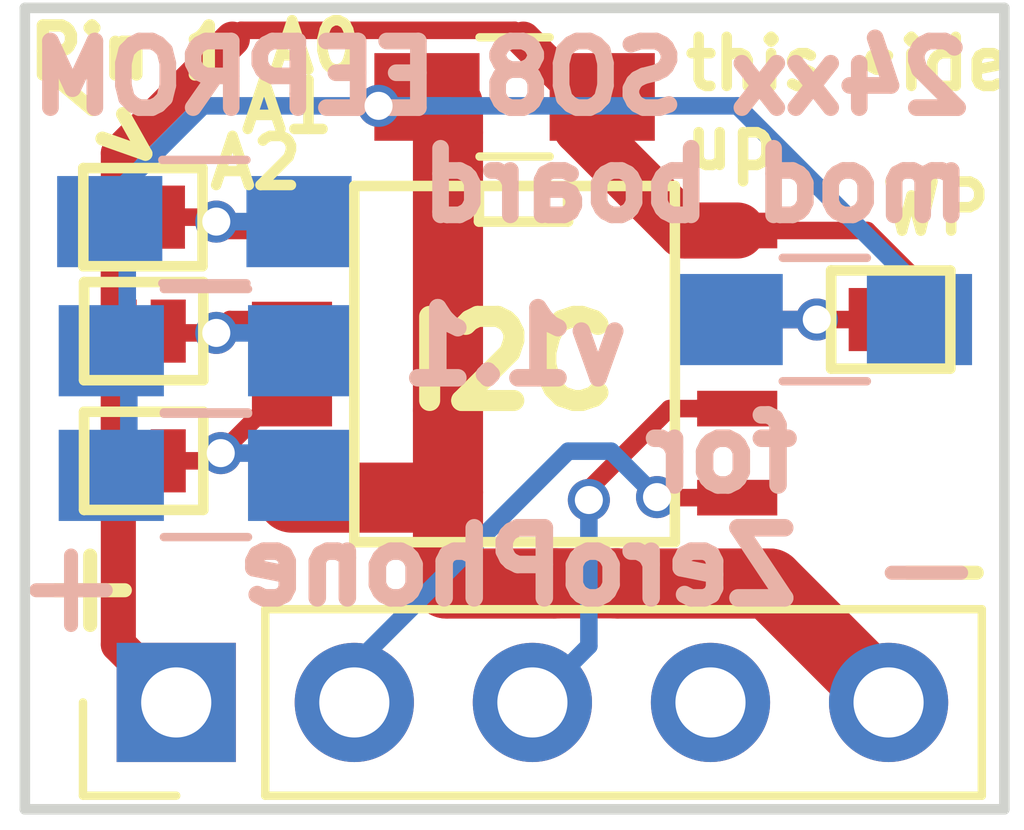
<source format=kicad_pcb>
(kicad_pcb (version 4) (host pcbnew 4.0.7)

  (general
    (links 22)
    (no_connects 1)
    (area 165.859 109.035 182.729 128.000762)
    (thickness 1.6)
    (drawings 15)
    (tracks 89)
    (zones 0)
    (modules 11)
    (nets 9)
  )

  (page A4)
  (layers
    (0 F.Cu signal)
    (31 B.Cu signal)
    (32 B.Adhes user)
    (33 F.Adhes user)
    (34 B.Paste user)
    (35 F.Paste user)
    (36 B.SilkS user)
    (37 F.SilkS user)
    (38 B.Mask user)
    (39 F.Mask user)
    (40 Dwgs.User user)
    (41 Cmts.User user)
    (42 Eco1.User user)
    (43 Eco2.User user)
    (44 Edge.Cuts user)
    (45 Margin user)
    (46 B.CrtYd user)
    (47 F.CrtYd user)
    (48 B.Fab user hide)
    (49 F.Fab user hide)
  )

  (setup
    (last_trace_width 0.25)
    (user_trace_width 0.25)
    (user_trace_width 0.4)
    (user_trace_width 0.5)
    (user_trace_width 0.6)
    (user_trace_width 0.8)
    (user_trace_width 1)
    (trace_clearance 0.2)
    (zone_clearance 0.25)
    (zone_45_only no)
    (trace_min 0.2)
    (segment_width 0.2)
    (edge_width 0.15)
    (via_size 0.6)
    (via_drill 0.4)
    (via_min_size 0.4)
    (via_min_drill 0.3)
    (uvia_size 0.3)
    (uvia_drill 0.1)
    (uvias_allowed no)
    (uvia_min_size 0.2)
    (uvia_min_drill 0.1)
    (pcb_text_width 0.3)
    (pcb_text_size 1.5 1.5)
    (mod_edge_width 0.15)
    (mod_text_size 1 1)
    (mod_text_width 0.15)
    (pad_size 1.524 1.524)
    (pad_drill 0.762)
    (pad_to_mask_clearance 0.2)
    (aux_axis_origin 180.975 110.49)
    (visible_elements 7FFFFF7F)
    (pcbplotparams
      (layerselection 0x010f0_80000001)
      (usegerberextensions true)
      (excludeedgelayer true)
      (linewidth 0.100000)
      (plotframeref false)
      (viasonmask false)
      (mode 1)
      (useauxorigin true)
      (hpglpennumber 1)
      (hpglpenspeed 20)
      (hpglpendiameter 15)
      (hpglpenoverlay 2)
      (psnegative false)
      (psa4output false)
      (plotreference true)
      (plotvalue true)
      (plotinvisibletext false)
      (padsonsilk false)
      (subtractmaskfromsilk false)
      (outputformat 1)
      (mirror false)
      (drillshape 0)
      (scaleselection 1)
      (outputdirectory gerbers/))
  )

  (net 0 "")
  (net 1 VCC)
  (net 2 GND)
  (net 3 SCL)
  (net 4 SDA)
  (net 5 "Net-(J2-Pad1)")
  (net 6 "Net-(J3-Pad1)")
  (net 7 "Net-(J4-Pad1)")
  (net 8 "Net-(J5-Pad2)")

  (net_class Default "This is the default net class."
    (clearance 0.2)
    (trace_width 0.25)
    (via_dia 0.6)
    (via_drill 0.4)
    (uvia_dia 0.3)
    (uvia_drill 0.1)
    (add_net GND)
    (add_net "Net-(J2-Pad1)")
    (add_net "Net-(J3-Pad1)")
    (add_net "Net-(J4-Pad1)")
    (add_net "Net-(J5-Pad2)")
    (add_net SCL)
    (add_net SDA)
    (add_net VCC)
  )

  (module Pin_Headers:Pin_Header_Straight_1x05_Pitch2.54mm (layer F.Cu) (tedit 59A3FC28) (tstamp 5960AD8A)
    (at 169.164 120.396 90)
    (descr "Through hole straight pin header, 1x05, 2.54mm pitch, single row")
    (tags "Through hole pin header THT 1x05 2.54mm single row")
    (path /5960AD02)
    (fp_text reference J1 (at 0 -2.33 90) (layer F.SilkS) hide
      (effects (font (size 1 1) (thickness 0.15)))
    )
    (fp_text value EXPANSION_BOTTOM (at 0 12.49 90) (layer F.Fab) hide
      (effects (font (size 1 1) (thickness 0.15)))
    )
    (fp_line (start -1.27 -1.27) (end -1.27 11.43) (layer F.Fab) (width 0.1))
    (fp_line (start -1.27 11.43) (end 1.27 11.43) (layer F.Fab) (width 0.1))
    (fp_line (start 1.27 11.43) (end 1.27 -1.27) (layer F.Fab) (width 0.1))
    (fp_line (start 1.27 -1.27) (end -1.27 -1.27) (layer F.Fab) (width 0.1))
    (fp_line (start -1.33 1.27) (end -1.33 11.49) (layer F.SilkS) (width 0.12))
    (fp_line (start -1.33 11.49) (end 1.33 11.49) (layer F.SilkS) (width 0.12))
    (fp_line (start 1.33 11.49) (end 1.33 1.27) (layer F.SilkS) (width 0.12))
    (fp_line (start 1.33 1.27) (end -1.33 1.27) (layer F.SilkS) (width 0.12))
    (fp_line (start -1.33 0) (end -1.33 -1.33) (layer F.SilkS) (width 0.12))
    (fp_line (start -1.33 -1.33) (end 0 -1.33) (layer F.SilkS) (width 0.12))
    (fp_line (start -1.8 -1.8) (end -1.8 11.95) (layer F.CrtYd) (width 0.05))
    (fp_line (start -1.8 11.95) (end 1.8 11.95) (layer F.CrtYd) (width 0.05))
    (fp_line (start 1.8 11.95) (end 1.8 -1.8) (layer F.CrtYd) (width 0.05))
    (fp_line (start 1.8 -1.8) (end -1.8 -1.8) (layer F.CrtYd) (width 0.05))
    (fp_text user %R (at 0 -2.33 90) (layer F.Fab) hide
      (effects (font (size 1 1) (thickness 0.15)))
    )
    (pad 1 thru_hole rect (at 0 0 90) (size 1.7 1.7) (drill 1) (layers *.Cu *.Mask)
      (net 1 VCC))
    (pad 2 thru_hole oval (at 0 2.54 90) (size 1.7 1.7) (drill 1) (layers *.Cu *.Mask)
      (net 4 SDA))
    (pad 3 thru_hole oval (at 0 5.08 90) (size 1.7 1.7) (drill 1) (layers *.Cu *.Mask)
      (net 3 SCL))
    (pad 4 thru_hole oval (at 0 7.62 90) (size 1.7 1.7) (drill 1) (layers *.Cu *.Mask))
    (pad 5 thru_hole oval (at 0 10.16 90) (size 1.7 1.7) (drill 1) (layers *.Cu *.Mask)
      (net 2 GND))
  )

  (module footprints:GS2_SMALL (layer F.Cu) (tedit 59A3F801) (tstamp 59A3F75D)
    (at 168.3385 113.4745 270)
    (descr "3-pin solder bridge")
    (tags "solder bridge")
    (path /59A3F384)
    (attr smd)
    (fp_text reference J2 (at -1.8 -0.3 540) (layer F.SilkS) hide
      (effects (font (size 1 1) (thickness 0.15)))
    )
    (fp_text value A0 (at -2.4245 -2.8115 360) (layer F.SilkS)
      (effects (font (size 0.7 0.7) (thickness 0.15)))
    )
    (fp_line (start -1 -1.5) (end -1 0.8) (layer F.CrtYd) (width 0.15))
    (fp_line (start 1 0.8) (end 1 -1.5) (layer F.CrtYd) (width 0.15))
    (fp_line (start 1 0.8) (end -1 0.8) (layer F.CrtYd) (width 0.15))
    (fp_line (start 0.7 0.5) (end 0.7 -1.2) (layer F.SilkS) (width 0.15))
    (fp_line (start -0.7 0.5) (end 0.7 0.5) (layer F.SilkS) (width 0.15))
    (fp_line (start -0.7 -1.2) (end -0.7 0.5) (layer F.SilkS) (width 0.15))
    (fp_line (start -0.7 0.5) (end 0.7 0.5) (layer F.SilkS) (width 0.15))
    (fp_line (start -1 -1.5) (end 1 -1.5) (layer F.CrtYd) (width 0.15))
    (fp_line (start -0.7 -1.2) (end 0.7 -1.2) (layer F.SilkS) (width 0.15))
    (pad 1 smd rect (at 0 -0.7 270) (size 0.9 0.5) (layers F.Cu F.Paste F.Mask)
      (net 5 "Net-(J2-Pad1)"))
    (pad 2 smd rect (at 0 0 270) (size 0.9 0.5) (layers F.Cu F.Paste F.Mask)
      (net 1 VCC))
  )

  (module footprints:GS2_SMALL (layer F.Cu) (tedit 59A3F807) (tstamp 59A3F763)
    (at 168.35 115.1 270)
    (descr "3-pin solder bridge")
    (tags "solder bridge")
    (path /59A3F449)
    (attr smd)
    (fp_text reference J3 (at -1.8 -0.3 360) (layer F.SilkS) hide
      (effects (font (size 1 1) (thickness 0.15)))
    )
    (fp_text value A1 (at -3.2 -2.4 360) (layer F.SilkS)
      (effects (font (size 0.7 0.7) (thickness 0.15)))
    )
    (fp_line (start -1 -1.5) (end -1 0.8) (layer F.CrtYd) (width 0.15))
    (fp_line (start 1 0.8) (end 1 -1.5) (layer F.CrtYd) (width 0.15))
    (fp_line (start 1 0.8) (end -1 0.8) (layer F.CrtYd) (width 0.15))
    (fp_line (start 0.7 0.5) (end 0.7 -1.2) (layer F.SilkS) (width 0.15))
    (fp_line (start -0.7 0.5) (end 0.7 0.5) (layer F.SilkS) (width 0.15))
    (fp_line (start -0.7 -1.2) (end -0.7 0.5) (layer F.SilkS) (width 0.15))
    (fp_line (start -0.7 0.5) (end 0.7 0.5) (layer F.SilkS) (width 0.15))
    (fp_line (start -1 -1.5) (end 1 -1.5) (layer F.CrtYd) (width 0.15))
    (fp_line (start -0.7 -1.2) (end 0.7 -1.2) (layer F.SilkS) (width 0.15))
    (pad 1 smd rect (at 0 -0.7 270) (size 0.9 0.5) (layers F.Cu F.Paste F.Mask)
      (net 6 "Net-(J3-Pad1)"))
    (pad 2 smd rect (at 0 0 270) (size 0.9 0.5) (layers F.Cu F.Paste F.Mask)
      (net 1 VCC))
  )

  (module footprints:GS2_SMALL (layer F.Cu) (tedit 59A3F7F4) (tstamp 59A3F769)
    (at 168.35 116.95 270)
    (descr "3-pin solder bridge")
    (tags "solder bridge")
    (path /59A3F46E)
    (attr smd)
    (fp_text reference J4 (at -1.8 -0.3 360) (layer F.SilkS) hide
      (effects (font (size 1 1) (thickness 0.15)))
    )
    (fp_text value A2 (at -4.25 -1.95 360) (layer F.SilkS)
      (effects (font (size 0.7 0.7) (thickness 0.15)))
    )
    (fp_line (start -1 -1.5) (end -1 0.8) (layer F.CrtYd) (width 0.15))
    (fp_line (start 1 0.8) (end 1 -1.5) (layer F.CrtYd) (width 0.15))
    (fp_line (start 1 0.8) (end -1 0.8) (layer F.CrtYd) (width 0.15))
    (fp_line (start 0.7 0.5) (end 0.7 -1.2) (layer F.SilkS) (width 0.15))
    (fp_line (start -0.7 0.5) (end 0.7 0.5) (layer F.SilkS) (width 0.15))
    (fp_line (start -0.7 -1.2) (end -0.7 0.5) (layer F.SilkS) (width 0.15))
    (fp_line (start -0.7 0.5) (end 0.7 0.5) (layer F.SilkS) (width 0.15))
    (fp_line (start -1 -1.5) (end 1 -1.5) (layer F.CrtYd) (width 0.15))
    (fp_line (start -0.7 -1.2) (end 0.7 -1.2) (layer F.SilkS) (width 0.15))
    (pad 1 smd rect (at 0 -0.7 270) (size 0.9 0.5) (layers F.Cu F.Paste F.Mask)
      (net 7 "Net-(J4-Pad1)"))
    (pad 2 smd rect (at 0 0 270) (size 0.9 0.5) (layers F.Cu F.Paste F.Mask)
      (net 1 VCC))
  )

  (module footprints:GS2_SMALL (layer F.Cu) (tedit 59A3F8EE) (tstamp 59A3F76F)
    (at 179.005 114.935 270)
    (descr "3-pin solder bridge")
    (tags "solder bridge")
    (path /59A3F89C)
    (attr smd)
    (fp_text reference J5 (at -1.8 -0.3 540) (layer F.SilkS) hide
      (effects (font (size 1 1) (thickness 0.15)))
    )
    (fp_text value WP (at -1.585 -0.995 540) (layer F.SilkS)
      (effects (font (size 0.7 0.7) (thickness 0.15)))
    )
    (fp_line (start -1 -1.5) (end -1 0.8) (layer F.CrtYd) (width 0.15))
    (fp_line (start 1 0.8) (end 1 -1.5) (layer F.CrtYd) (width 0.15))
    (fp_line (start 1 0.8) (end -1 0.8) (layer F.CrtYd) (width 0.15))
    (fp_line (start 0.7 0.5) (end 0.7 -1.2) (layer F.SilkS) (width 0.15))
    (fp_line (start -0.7 0.5) (end 0.7 0.5) (layer F.SilkS) (width 0.15))
    (fp_line (start -0.7 -1.2) (end -0.7 0.5) (layer F.SilkS) (width 0.15))
    (fp_line (start -0.7 0.5) (end 0.7 0.5) (layer F.SilkS) (width 0.15))
    (fp_line (start -1 -1.5) (end 1 -1.5) (layer F.CrtYd) (width 0.15))
    (fp_line (start -0.7 -1.2) (end 0.7 -1.2) (layer F.SilkS) (width 0.15))
    (pad 1 smd rect (at 0 -0.7 270) (size 0.9 0.5) (layers F.Cu F.Paste F.Mask)
      (net 1 VCC))
    (pad 2 smd rect (at 0 0 270) (size 0.9 0.5) (layers F.Cu F.Paste F.Mask)
      (net 8 "Net-(J5-Pad2)"))
  )

  (module SMD_Packages:SOIC-8-N (layer F.Cu) (tedit 59A3F8AE) (tstamp 59A3F7CA)
    (at 173.99 115.57 270)
    (descr "Module Narrow CMS SOJ 8 pins large")
    (tags "CMS SOJ")
    (path /59A3F2DA)
    (attr smd)
    (fp_text reference U1 (at 0 -1.27 270) (layer F.SilkS) hide
      (effects (font (size 1 1) (thickness 0.15)))
    )
    (fp_text value 24LC00 (at 0 1.27 270) (layer F.Fab) hide
      (effects (font (size 1 1) (thickness 0.15)))
    )
    (fp_line (start -2.54 -2.286) (end 2.54 -2.286) (layer F.SilkS) (width 0.15))
    (fp_line (start 2.54 -2.286) (end 2.54 2.286) (layer F.SilkS) (width 0.15))
    (fp_line (start 2.54 2.286) (end -2.54 2.286) (layer F.SilkS) (width 0.15))
    (fp_line (start -2.54 2.286) (end -2.54 -2.286) (layer F.SilkS) (width 0.15))
    (fp_line (start -2.54 -0.762) (end -2.032 -0.762) (layer F.SilkS) (width 0.15))
    (fp_line (start -2.032 -0.762) (end -2.032 0.508) (layer F.SilkS) (width 0.15))
    (fp_line (start -2.032 0.508) (end -2.54 0.508) (layer F.SilkS) (width 0.15))
    (pad 8 smd rect (at -1.905 -3.175 270) (size 0.508 1.143) (layers F.Cu F.Paste F.Mask)
      (net 1 VCC))
    (pad 7 smd rect (at -0.635 -3.175 270) (size 0.508 1.143) (layers F.Cu F.Paste F.Mask)
      (net 8 "Net-(J5-Pad2)"))
    (pad 6 smd rect (at 0.635 -3.175 270) (size 0.508 1.143) (layers F.Cu F.Paste F.Mask)
      (net 3 SCL))
    (pad 5 smd rect (at 1.905 -3.175 270) (size 0.508 1.143) (layers F.Cu F.Paste F.Mask)
      (net 4 SDA))
    (pad 4 smd rect (at 1.905 3.175 270) (size 0.508 1.143) (layers F.Cu F.Paste F.Mask)
      (net 2 GND))
    (pad 3 smd rect (at 0.635 3.175 270) (size 0.508 1.143) (layers F.Cu F.Paste F.Mask)
      (net 7 "Net-(J4-Pad1)"))
    (pad 2 smd rect (at -0.635 3.175 270) (size 0.508 1.143) (layers F.Cu F.Paste F.Mask)
      (net 6 "Net-(J3-Pad1)"))
    (pad 1 smd rect (at -1.905 3.175 270) (size 0.508 1.143) (layers F.Cu F.Paste F.Mask)
      (net 5 "Net-(J2-Pad1)"))
    (model SMD_Packages.3dshapes/SOIC-8-N.wrl
      (at (xyz 0 0 0))
      (scale (xyz 0.5 0.38 0.5))
      (rotate (xyz 0 0 0))
    )
  )

  (module Capacitors_SMD:C_0805_HandSoldering (layer F.Cu) (tedit 5C436F1A) (tstamp 5C436EE2)
    (at 173.99 111.76 180)
    (descr "Capacitor SMD 0805, hand soldering")
    (tags "capacitor 0805")
    (path /5960AC6C)
    (attr smd)
    (fp_text reference C1 (at 0 -1.75 180) (layer F.SilkS) hide
      (effects (font (size 1 1) (thickness 0.15)))
    )
    (fp_text value C (at 0 1.75 180) (layer F.Fab)
      (effects (font (size 1 1) (thickness 0.15)))
    )
    (fp_text user %R (at 0 -1.75 180) (layer F.Fab)
      (effects (font (size 1 1) (thickness 0.15)))
    )
    (fp_line (start -1 0.62) (end -1 -0.62) (layer F.Fab) (width 0.1))
    (fp_line (start 1 0.62) (end -1 0.62) (layer F.Fab) (width 0.1))
    (fp_line (start 1 -0.62) (end 1 0.62) (layer F.Fab) (width 0.1))
    (fp_line (start -1 -0.62) (end 1 -0.62) (layer F.Fab) (width 0.1))
    (fp_line (start 0.5 -0.85) (end -0.5 -0.85) (layer F.SilkS) (width 0.12))
    (fp_line (start -0.5 0.85) (end 0.5 0.85) (layer F.SilkS) (width 0.12))
    (fp_line (start -2.25 -0.88) (end 2.25 -0.88) (layer F.CrtYd) (width 0.05))
    (fp_line (start -2.25 -0.88) (end -2.25 0.87) (layer F.CrtYd) (width 0.05))
    (fp_line (start 2.25 0.87) (end 2.25 -0.88) (layer F.CrtYd) (width 0.05))
    (fp_line (start 2.25 0.87) (end -2.25 0.87) (layer F.CrtYd) (width 0.05))
    (pad 1 smd rect (at -1.25 0 180) (size 1.5 1.25) (layers F.Cu F.Paste F.Mask)
      (net 1 VCC))
    (pad 2 smd rect (at 1.25 0 180) (size 1.5 1.25) (layers F.Cu F.Paste F.Mask)
      (net 2 GND))
    (model Capacitors_SMD.3dshapes/C_0805.wrl
      (at (xyz 0 0 0))
      (scale (xyz 1 1 1))
      (rotate (xyz 0 0 0))
    )
  )

  (module Resistors_SMD:R_0805_HandSoldering (layer B.Cu) (tedit 5C436F2D) (tstamp 5C436EE7)
    (at 169.588 117.1575 180)
    (descr "Resistor SMD 0805, hand soldering")
    (tags "resistor 0805")
    (path /59A3F508)
    (attr smd)
    (fp_text reference R1 (at 0 1.7 180) (layer B.SilkS) hide
      (effects (font (size 1 1) (thickness 0.15)) (justify mirror))
    )
    (fp_text value 10K (at 0 -1.75 180) (layer B.Fab)
      (effects (font (size 1 1) (thickness 0.15)) (justify mirror))
    )
    (fp_text user %R (at 0 0 180) (layer B.Fab)
      (effects (font (size 0.5 0.5) (thickness 0.075)) (justify mirror))
    )
    (fp_line (start -1 -0.62) (end -1 0.62) (layer B.Fab) (width 0.1))
    (fp_line (start 1 -0.62) (end -1 -0.62) (layer B.Fab) (width 0.1))
    (fp_line (start 1 0.62) (end 1 -0.62) (layer B.Fab) (width 0.1))
    (fp_line (start -1 0.62) (end 1 0.62) (layer B.Fab) (width 0.1))
    (fp_line (start 0.6 -0.88) (end -0.6 -0.88) (layer B.SilkS) (width 0.12))
    (fp_line (start -0.6 0.88) (end 0.6 0.88) (layer B.SilkS) (width 0.12))
    (fp_line (start -2.35 0.9) (end 2.35 0.9) (layer B.CrtYd) (width 0.05))
    (fp_line (start -2.35 0.9) (end -2.35 -0.9) (layer B.CrtYd) (width 0.05))
    (fp_line (start 2.35 -0.9) (end 2.35 0.9) (layer B.CrtYd) (width 0.05))
    (fp_line (start 2.35 -0.9) (end -2.35 -0.9) (layer B.CrtYd) (width 0.05))
    (pad 1 smd rect (at -1.35 0 180) (size 1.5 1.3) (layers B.Cu B.Paste B.Mask)
      (net 7 "Net-(J4-Pad1)"))
    (pad 2 smd rect (at 1.35 0 180) (size 1.5 1.3) (layers B.Cu B.Paste B.Mask)
      (net 2 GND))
    (model ${KISYS3DMOD}/Resistors_SMD.3dshapes/R_0805.wrl
      (at (xyz 0 0 0))
      (scale (xyz 1 1 1))
      (rotate (xyz 0 0 0))
    )
  )

  (module Resistors_SMD:R_0805_HandSoldering (layer B.Cu) (tedit 5C436F29) (tstamp 5C436EEC)
    (at 169.588 115.3795 180)
    (descr "Resistor SMD 0805, hand soldering")
    (tags "resistor 0805")
    (path /59A3F5E4)
    (attr smd)
    (fp_text reference R2 (at 0 1.7 180) (layer B.SilkS) hide
      (effects (font (size 1 1) (thickness 0.15)) (justify mirror))
    )
    (fp_text value 10K (at 0 -1.75 180) (layer B.Fab)
      (effects (font (size 1 1) (thickness 0.15)) (justify mirror))
    )
    (fp_text user %R (at 0 0 180) (layer B.Fab)
      (effects (font (size 0.5 0.5) (thickness 0.075)) (justify mirror))
    )
    (fp_line (start -1 -0.62) (end -1 0.62) (layer B.Fab) (width 0.1))
    (fp_line (start 1 -0.62) (end -1 -0.62) (layer B.Fab) (width 0.1))
    (fp_line (start 1 0.62) (end 1 -0.62) (layer B.Fab) (width 0.1))
    (fp_line (start -1 0.62) (end 1 0.62) (layer B.Fab) (width 0.1))
    (fp_line (start 0.6 -0.88) (end -0.6 -0.88) (layer B.SilkS) (width 0.12))
    (fp_line (start -0.6 0.88) (end 0.6 0.88) (layer B.SilkS) (width 0.12))
    (fp_line (start -2.35 0.9) (end 2.35 0.9) (layer B.CrtYd) (width 0.05))
    (fp_line (start -2.35 0.9) (end -2.35 -0.9) (layer B.CrtYd) (width 0.05))
    (fp_line (start 2.35 -0.9) (end 2.35 0.9) (layer B.CrtYd) (width 0.05))
    (fp_line (start 2.35 -0.9) (end -2.35 -0.9) (layer B.CrtYd) (width 0.05))
    (pad 1 smd rect (at -1.35 0 180) (size 1.5 1.3) (layers B.Cu B.Paste B.Mask)
      (net 6 "Net-(J3-Pad1)"))
    (pad 2 smd rect (at 1.35 0 180) (size 1.5 1.3) (layers B.Cu B.Paste B.Mask)
      (net 2 GND))
    (model ${KISYS3DMOD}/Resistors_SMD.3dshapes/R_0805.wrl
      (at (xyz 0 0 0))
      (scale (xyz 1 1 1))
      (rotate (xyz 0 0 0))
    )
  )

  (module Resistors_SMD:R_0805_HandSoldering (layer B.Cu) (tedit 5C436F1F) (tstamp 5C436EF1)
    (at 169.5655 113.538 180)
    (descr "Resistor SMD 0805, hand soldering")
    (tags "resistor 0805")
    (path /59A3F5B0)
    (attr smd)
    (fp_text reference R3 (at 0 1.7 180) (layer B.SilkS) hide
      (effects (font (size 1 1) (thickness 0.15)) (justify mirror))
    )
    (fp_text value 10K (at 0 -1.75 180) (layer B.Fab)
      (effects (font (size 1 1) (thickness 0.15)) (justify mirror))
    )
    (fp_text user %R (at 0 0 180) (layer B.Fab)
      (effects (font (size 0.5 0.5) (thickness 0.075)) (justify mirror))
    )
    (fp_line (start -1 -0.62) (end -1 0.62) (layer B.Fab) (width 0.1))
    (fp_line (start 1 -0.62) (end -1 -0.62) (layer B.Fab) (width 0.1))
    (fp_line (start 1 0.62) (end 1 -0.62) (layer B.Fab) (width 0.1))
    (fp_line (start -1 0.62) (end 1 0.62) (layer B.Fab) (width 0.1))
    (fp_line (start 0.6 -0.88) (end -0.6 -0.88) (layer B.SilkS) (width 0.12))
    (fp_line (start -0.6 0.88) (end 0.6 0.88) (layer B.SilkS) (width 0.12))
    (fp_line (start -2.35 0.9) (end 2.35 0.9) (layer B.CrtYd) (width 0.05))
    (fp_line (start -2.35 0.9) (end -2.35 -0.9) (layer B.CrtYd) (width 0.05))
    (fp_line (start 2.35 -0.9) (end 2.35 0.9) (layer B.CrtYd) (width 0.05))
    (fp_line (start 2.35 -0.9) (end -2.35 -0.9) (layer B.CrtYd) (width 0.05))
    (pad 1 smd rect (at -1.35 0 180) (size 1.5 1.3) (layers B.Cu B.Paste B.Mask)
      (net 5 "Net-(J2-Pad1)"))
    (pad 2 smd rect (at 1.35 0 180) (size 1.5 1.3) (layers B.Cu B.Paste B.Mask)
      (net 2 GND))
    (model ${KISYS3DMOD}/Resistors_SMD.3dshapes/R_0805.wrl
      (at (xyz 0 0 0))
      (scale (xyz 1 1 1))
      (rotate (xyz 0 0 0))
    )
  )

  (module Resistors_SMD:R_0805_HandSoldering (layer B.Cu) (tedit 5C436F23) (tstamp 5C436EF6)
    (at 178.4145 114.935)
    (descr "Resistor SMD 0805, hand soldering")
    (tags "resistor 0805")
    (path /59A3FB80)
    (attr smd)
    (fp_text reference R4 (at 0 1.7) (layer B.SilkS) hide
      (effects (font (size 1 1) (thickness 0.15)) (justify mirror))
    )
    (fp_text value 10K (at 0 -1.75) (layer B.Fab) hide
      (effects (font (size 1 1) (thickness 0.15)) (justify mirror))
    )
    (fp_text user %R (at 0 0) (layer B.Fab)
      (effects (font (size 0.5 0.5) (thickness 0.075)) (justify mirror))
    )
    (fp_line (start -1 -0.62) (end -1 0.62) (layer B.Fab) (width 0.1))
    (fp_line (start 1 -0.62) (end -1 -0.62) (layer B.Fab) (width 0.1))
    (fp_line (start 1 0.62) (end 1 -0.62) (layer B.Fab) (width 0.1))
    (fp_line (start -1 0.62) (end 1 0.62) (layer B.Fab) (width 0.1))
    (fp_line (start 0.6 -0.88) (end -0.6 -0.88) (layer B.SilkS) (width 0.12))
    (fp_line (start -0.6 0.88) (end 0.6 0.88) (layer B.SilkS) (width 0.12))
    (fp_line (start -2.35 0.9) (end 2.35 0.9) (layer B.CrtYd) (width 0.05))
    (fp_line (start -2.35 0.9) (end -2.35 -0.9) (layer B.CrtYd) (width 0.05))
    (fp_line (start 2.35 -0.9) (end 2.35 0.9) (layer B.CrtYd) (width 0.05))
    (fp_line (start 2.35 -0.9) (end -2.35 -0.9) (layer B.CrtYd) (width 0.05))
    (pad 1 smd rect (at -1.35 0) (size 1.5 1.3) (layers B.Cu B.Paste B.Mask)
      (net 8 "Net-(J5-Pad2)"))
    (pad 2 smd rect (at 1.35 0) (size 1.5 1.3) (layers B.Cu B.Paste B.Mask)
      (net 2 GND))
    (model ${KISYS3DMOD}/Resistors_SMD.3dshapes/R_0805.wrl
      (at (xyz 0 0 0))
      (scale (xyz 1 1 1))
      (rotate (xyz 0 0 0))
    )
  )

  (gr_text + (at 168.6 118.7) (layer B.SilkS) (tstamp 5C436FDE)
    (effects (font (size 1.3 1.3) (thickness 0.2)) (justify left mirror))
  )
  (gr_text - (at 180.8 118.45) (layer B.SilkS) (tstamp 5C436FD0)
    (effects (font (size 1.3 1.3) (thickness 0.2)) (justify left mirror))
  )
  (gr_text - (at 179.15 118.45) (layer F.SilkS) (tstamp 5C436FC2)
    (effects (font (size 1.3 1.3) (thickness 0.2)) (justify left))
  )
  (gr_text + (at 167 118.7) (layer F.SilkS) (tstamp 5C436FA9)
    (effects (font (size 1.3 1.3) (thickness 0.2)) (justify left))
  )
  (gr_text "this side\nup" (at 176.35 111.85) (layer F.SilkS)
    (effects (font (size 0.7 0.7) (thickness 0.15)) (justify left))
  )
  (gr_text I2C (at 173.95 115.55) (layer F.SilkS)
    (effects (font (size 1.2 1.2) (thickness 0.3)))
  )
  (gr_text -> (at 168.148 112.014 320) (layer F.SilkS)
    (effects (font (size 0.8 0.8) (thickness 0.2)))
  )
  (gr_text "Pin 1" (at 168.529 111.125) (layer F.SilkS)
    (effects (font (size 0.7 0.7) (thickness 0.175)))
  )
  (gr_text v1.1 (at 173.99 115.316) (layer B.SilkS)
    (effects (font (size 1 1) (thickness 0.25)) (justify mirror))
  )
  (gr_text "for\nZeroPhone" (at 178.15 117.65) (layer B.SilkS)
    (effects (font (size 1 1) (thickness 0.25)) (justify left mirror))
  )
  (gr_text "24xx SO8 EEPROM\nmod board" (at 180.6 112.25) (layer B.SilkS)
    (effects (font (size 0.95 0.95) (thickness 0.2375)) (justify left mirror))
  )
  (gr_line (start 180.975 121.92) (end 167.005 121.92) (layer Edge.Cuts) (width 0.15))
  (gr_line (start 180.975 110.49) (end 180.975 121.92) (layer Edge.Cuts) (width 0.15))
  (gr_line (start 167.005 110.49) (end 180.975 110.49) (layer Edge.Cuts) (width 0.15))
  (gr_line (start 167.005 121.92) (end 167.005 110.49) (layer Edge.Cuts) (width 0.15))

  (segment (start 168.35 116.95) (end 168.35 117.4635) (width 0.25) (layer F.Cu) (net 1))
  (segment (start 168.35 117.4635) (end 168.3385 117.475) (width 0.25) (layer F.Cu) (net 1))
  (segment (start 169.965001 110.934999) (end 170.090001 110.809999) (width 0.25) (layer F.Cu) (net 1))
  (segment (start 170.090001 110.809999) (end 173.989999 110.809999) (width 0.25) (layer F.Cu) (net 1))
  (segment (start 173.989999 110.809999) (end 174.114999 110.934999) (width 0.25) (layer F.Cu) (net 1))
  (segment (start 168.3385 115.443) (end 168.3385 117.475) (width 0.5) (layer F.Cu) (net 1))
  (segment (start 168.3385 113.4745) (end 168.3385 115.443) (width 0.5) (layer F.Cu) (net 1))
  (segment (start 176.415 113.665) (end 177.165 113.665) (width 0.8) (layer F.Cu) (net 1))
  (segment (start 174.94 111.76) (end 174.94 112.19) (width 0.8) (layer F.Cu) (net 1))
  (segment (start 174.94 112.19) (end 176.415 113.665) (width 0.8) (layer F.Cu) (net 1))
  (segment (start 177.165 113.665) (end 179.020002 113.665) (width 0.25) (layer F.Cu) (net 1))
  (segment (start 179.020002 113.665) (end 179.705 114.349998) (width 0.25) (layer F.Cu) (net 1))
  (segment (start 179.705 114.349998) (end 179.705 114.935) (width 0.25) (layer F.Cu) (net 1))
  (segment (start 168.3385 113.4745) (end 168.3385 112.5615) (width 0.5) (layer F.Cu) (net 1))
  (segment (start 168.3385 112.5615) (end 169.965001 110.934999) (width 0.5) (layer F.Cu) (net 1))
  (segment (start 174.114999 110.934999) (end 174.94 111.76) (width 0.5) (layer F.Cu) (net 1))
  (segment (start 168.404482 115.508982) (end 168.3385 115.443) (width 0.25) (layer F.Cu) (net 1))
  (segment (start 168.3385 117.475) (end 168.3385 119.5705) (width 0.5) (layer F.Cu) (net 1))
  (segment (start 168.3385 119.5705) (end 169.164 120.396) (width 0.5) (layer F.Cu) (net 1))
  (segment (start 168.3385 113.4745) (end 168.3385 117.475) (width 0.5) (layer F.Cu) (net 1))
  (segment (start 174.91 111.76) (end 174.91 111.754998) (width 0.6) (layer F.Cu) (net 1))
  (segment (start 174.94 111.76) (end 174.91 111.76) (width 0.6) (layer F.Cu) (net 1))
  (segment (start 174.715 111.506) (end 174.94 111.506) (width 0.25) (layer F.Cu) (net 1))
  (segment (start 172.05 111.887) (end 172.613 111.887) (width 0.25) (layer F.Cu) (net 2))
  (segment (start 172.613 111.887) (end 172.74 111.76) (width 0.25) (layer F.Cu) (net 2))
  (segment (start 173.04 116.230863) (end 173.04 117.4) (width 1) (layer F.Cu) (net 2))
  (segment (start 173.04 117.4) (end 173.04 118.680863) (width 1) (layer F.Cu) (net 2))
  (segment (start 170.815 117.475) (end 172.965 117.475) (width 1) (layer F.Cu) (net 2))
  (segment (start 172.965 117.475) (end 173.04 117.4) (width 1) (layer F.Cu) (net 2))
  (segment (start 173.04 118.680863) (end 173.020863 118.7) (width 1) (layer F.Cu) (net 2))
  (segment (start 173.020863 118.7) (end 174.561695 118.7) (width 1) (layer F.Cu) (net 2))
  (segment (start 174.561695 118.7) (end 174.564575 118.69712) (width 1) (layer F.Cu) (net 2))
  (segment (start 174.564575 118.69712) (end 175.45134 118.69712) (width 1) (layer F.Cu) (net 2))
  (segment (start 175.45134 118.69712) (end 175.45422 118.7) (width 1) (layer F.Cu) (net 2))
  (segment (start 175.45422 118.7) (end 177.628 118.7) (width 1) (layer F.Cu) (net 2))
  (segment (start 177.628 118.7) (end 179.324 120.396) (width 1) (layer F.Cu) (net 2))
  (segment (start 168.488 117.1575) (end 168.488 115.3795) (width 0.25) (layer B.Cu) (net 2))
  (segment (start 173.05 111.887) (end 169.545 111.887) (width 0.25) (layer B.Cu) (net 2))
  (segment (start 177.1665 111.887) (end 173.05 111.887) (width 0.25) (layer B.Cu) (net 2))
  (segment (start 173.05 111.887) (end 172.05 111.887) (width 0.25) (layer B.Cu) (net 2))
  (via (at 172.05 111.887) (size 0.6) (drill 0.4) (layers F.Cu B.Cu) (net 2))
  (segment (start 173.04 112.268) (end 173.04 111.885009) (width 1) (layer F.Cu) (net 2))
  (segment (start 173.04 116.230863) (end 173.04 112.268) (width 1) (layer F.Cu) (net 2))
  (segment (start 168.4655 113.538) (end 168.4655 115.357) (width 0.25) (layer B.Cu) (net 2))
  (segment (start 168.4655 115.357) (end 168.488 115.3795) (width 0.25) (layer B.Cu) (net 2))
  (segment (start 179.5145 114.935) (end 179.5145 114.235) (width 0.25) (layer B.Cu) (net 2))
  (segment (start 179.5145 114.235) (end 177.1665 111.887) (width 0.25) (layer B.Cu) (net 2))
  (segment (start 169.545 111.887) (end 168.4655 112.9665) (width 0.25) (layer B.Cu) (net 2))
  (segment (start 168.4655 112.9665) (end 168.4655 113.538) (width 0.25) (layer B.Cu) (net 2))
  (segment (start 177.165 116.205) (end 176.198079 116.205) (width 0.25) (layer F.Cu) (net 3))
  (segment (start 176.198079 116.205) (end 175.049308 117.353771) (width 0.25) (layer F.Cu) (net 3))
  (segment (start 175.049308 117.353771) (end 175.049308 117.508893) (width 0.25) (layer F.Cu) (net 3))
  (segment (start 175.049308 119.590692) (end 175.049308 117.508893) (width 0.25) (layer B.Cu) (net 3))
  (via (at 175.049308 117.508893) (size 0.6) (drill 0.4) (layers F.Cu B.Cu) (net 3))
  (segment (start 174.244 120.396) (end 175.049308 119.590692) (width 0.25) (layer B.Cu) (net 3))
  (segment (start 177.165 116.205) (end 176.595 116.205) (width 0.25) (layer F.Cu) (net 3))
  (segment (start 177.1015 116.2685) (end 177.165 116.205) (width 0.25) (layer F.Cu) (net 3))
  (segment (start 171.704 120.396) (end 171.704 119.862524) (width 0.25) (layer B.Cu) (net 4))
  (segment (start 176.029156 117.475) (end 176.021448 117.467292) (width 0.25) (layer F.Cu) (net 4))
  (segment (start 177.165 117.475) (end 176.029156 117.475) (width 0.25) (layer F.Cu) (net 4))
  (segment (start 175.366195 116.812039) (end 176.021448 117.467292) (width 0.25) (layer B.Cu) (net 4))
  (segment (start 174.754485 116.812039) (end 175.366195 116.812039) (width 0.25) (layer B.Cu) (net 4))
  (segment (start 171.704 119.862524) (end 174.754485 116.812039) (width 0.25) (layer B.Cu) (net 4))
  (via (at 176.021448 117.467292) (size 0.6) (drill 0.4) (layers F.Cu B.Cu) (net 4))
  (segment (start 169.0385 113.4745) (end 169.672 113.4745) (width 0.25) (layer F.Cu) (net 5))
  (segment (start 170.815 113.665) (end 169.8625 113.665) (width 0.25) (layer F.Cu) (net 5))
  (segment (start 169.8625 113.665) (end 169.7355 113.538) (width 0.25) (layer F.Cu) (net 5))
  (segment (start 169.7355 113.538) (end 170.6655 113.538) (width 0.25) (layer B.Cu) (net 5))
  (segment (start 169.672 113.4745) (end 169.7355 113.538) (width 0.25) (layer F.Cu) (net 5))
  (via (at 169.7355 113.538) (size 0.6) (drill 0.4) (layers F.Cu B.Cu) (net 5))
  (segment (start 169.7355 115.1255) (end 169.0755 115.1255) (width 0.25) (layer F.Cu) (net 6))
  (segment (start 169.0755 115.1255) (end 169.05 115.1) (width 0.25) (layer F.Cu) (net 6))
  (segment (start 169.7355 115.1255) (end 170.434 115.1255) (width 0.25) (layer B.Cu) (net 6))
  (segment (start 170.434 115.1255) (end 170.688 115.3795) (width 0.25) (layer B.Cu) (net 6))
  (segment (start 170.815 114.935) (end 169.926 114.935) (width 0.25) (layer F.Cu) (net 6))
  (segment (start 169.926 114.935) (end 169.7355 115.1255) (width 0.25) (layer F.Cu) (net 6))
  (via (at 169.7355 115.1255) (size 0.6) (drill 0.4) (layers F.Cu B.Cu) (net 6))
  (segment (start 169.05 116.95) (end 169.689 116.95) (width 0.25) (layer F.Cu) (net 7))
  (segment (start 169.689 116.95) (end 169.799 116.84) (width 0.25) (layer F.Cu) (net 7))
  (segment (start 169.799 116.84) (end 169.6735 116.84) (width 0.25) (layer F.Cu) (net 7))
  (segment (start 169.799 116.84) (end 170.3705 116.84) (width 0.25) (layer B.Cu) (net 7))
  (segment (start 170.3705 116.84) (end 170.688 117.1575) (width 0.25) (layer B.Cu) (net 7))
  (segment (start 170.815 116.205) (end 170.434 116.205) (width 0.25) (layer F.Cu) (net 7))
  (segment (start 170.434 116.205) (end 169.799 116.84) (width 0.25) (layer F.Cu) (net 7))
  (via (at 169.799 116.84) (size 0.6) (drill 0.4) (layers F.Cu B.Cu) (net 7))
  (segment (start 178.3 114.935) (end 177.3145 114.935) (width 0.25) (layer B.Cu) (net 8))
  (segment (start 177.165 114.935) (end 178.3 114.935) (width 0.25) (layer F.Cu) (net 8))
  (segment (start 179.005 114.935) (end 178.3 114.935) (width 0.25) (layer F.Cu) (net 8))
  (via (at 178.3 114.935) (size 0.6) (drill 0.4) (layers F.Cu B.Cu) (net 8))

)

</source>
